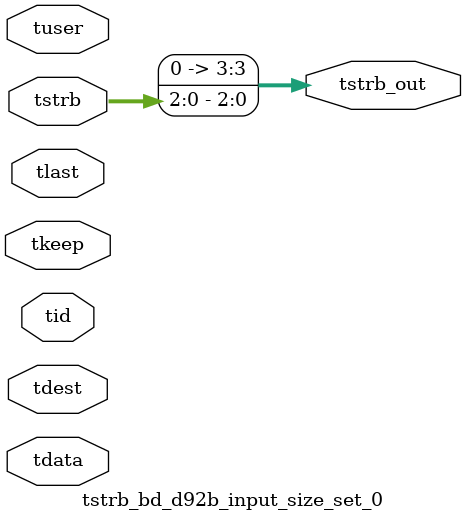
<source format=v>


`timescale 1ps/1ps

module tstrb_bd_d92b_input_size_set_0 #
(
parameter C_S_AXIS_TDATA_WIDTH = 32,
parameter C_S_AXIS_TUSER_WIDTH = 0,
parameter C_S_AXIS_TID_WIDTH   = 0,
parameter C_S_AXIS_TDEST_WIDTH = 0,
parameter C_M_AXIS_TDATA_WIDTH = 32
)
(
input  [(C_S_AXIS_TDATA_WIDTH == 0 ? 1 : C_S_AXIS_TDATA_WIDTH)-1:0     ] tdata,
input  [(C_S_AXIS_TUSER_WIDTH == 0 ? 1 : C_S_AXIS_TUSER_WIDTH)-1:0     ] tuser,
input  [(C_S_AXIS_TID_WIDTH   == 0 ? 1 : C_S_AXIS_TID_WIDTH)-1:0       ] tid,
input  [(C_S_AXIS_TDEST_WIDTH == 0 ? 1 : C_S_AXIS_TDEST_WIDTH)-1:0     ] tdest,
input  [(C_S_AXIS_TDATA_WIDTH/8)-1:0 ] tkeep,
input  [(C_S_AXIS_TDATA_WIDTH/8)-1:0 ] tstrb,
input                                                                    tlast,
output [(C_M_AXIS_TDATA_WIDTH/8)-1:0 ] tstrb_out
);

assign tstrb_out = {tstrb[2:0]};

endmodule


</source>
